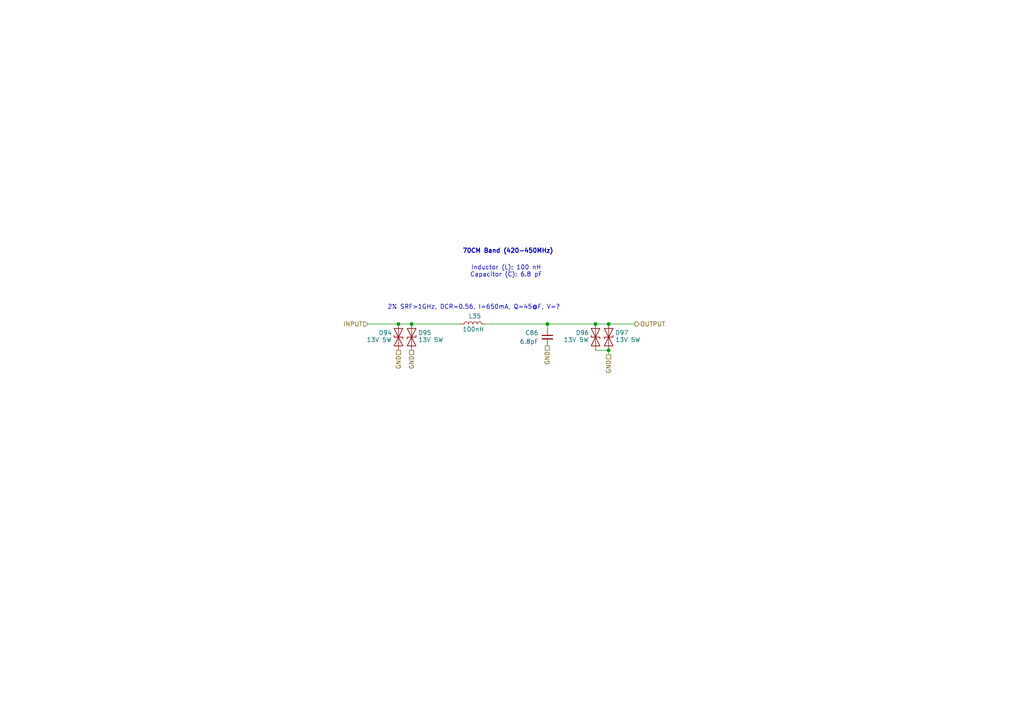
<source format=kicad_sch>
(kicad_sch (version 20231120) (generator "eeschema") (generator_version "8.0")
  (paper "A4")
  (lib_symbols
    (symbol "Device:C_Small" (pin_numbers hide) (pin_names (offset 0.254) hide)
      (property "Reference" "C" (at 0.254 1.778 0))
      (property "Value" "C_Small" (at 0.254 -2.032 0))
      (symbol "C_Small_0_1"
        (polyline (pts (xy -1.524 -0.508) (xy 1.524 -0.508)) (stroke (width 0.3302)))
        (polyline (pts (xy -1.524 0.508) (xy 1.524 0.508)) (stroke (width 0.3048)))
      )
      (symbol "C_Small_1_1"
        (pin passive line (at 0 2.54 270) (length 2.032) (name "~") (number "1"))
        (pin passive line (at 0 -2.54 90) (length 2.032) (name "~") (number "2"))
      )
    )
    (symbol "Device:L" (pin_numbers hide) (pin_names (offset 1.016) hide)
      (property "Reference" "L" (at -1.27 0 90))
      (property "Value" "L" (at 1.905 0 90))
      (symbol "L_0_1"
        (arc (start 0 -2.54) (mid 0.6323 -1.905) (end 0 -1.27))
        (arc (start 0 -1.27) (mid 0.6323 -0.635) (end 0 0))
        (arc (start 0 0) (mid 0.6323 0.635) (end 0 1.27))
        (arc (start 0 1.27) (mid 0.6323 1.905) (end 0 2.54))
      )
      (symbol "L_1_1"
        (pin passive line (at 0 3.81 270) (length 1.27) (name "1") (number "1"))
        (pin passive line (at 0 -3.81 90) (length 1.27) (name "2") (number "2"))
      )
    )
    (symbol "Diode:SD15_SOD323" (pin_numbers hide) (pin_names (offset 1.016) hide)
      (property "Reference" "D" (at 0 2.54 0))
      (property "Value" "SD15_SOD323" (at 0 -2.54 0))
      (symbol "SD15_SOD323_0_1"
        (polyline (pts (xy 1.27 0) (xy -1.27 0)))
        (polyline (pts (xy -2.54 -1.27) (xy 0 0) (xy -2.54 1.27) (xy -2.54 -1.27)) (stroke (width 0.2032)))
        (polyline (pts (xy 0.508 1.27) (xy 0 1.27) (xy 0 -1.27) (xy -0.508 -1.27)) (stroke (width 0.2032)))
        (polyline (pts (xy 2.54 1.27) (xy 2.54 -1.27) (xy 0 0) (xy 2.54 1.27)) (stroke (width 0.2032)))
      )
      (symbol "SD15_SOD323_1_1"
        (pin passive line (at -3.81 0 0) (length 2.54) (name "A1") (number "1"))
        (pin passive line (at 3.81 0 180) (length 2.54) (name "A2") (number "2"))
      )
    )
  )
  (junction (at 172.72 93.98))
  (junction (at 176.53 101.6))
  (junction (at 176.53 93.98))
  (junction (at 115.57 93.98))
  (junction (at 119.38 93.98))
  (junction (at 158.75 93.98))
  (wire (pts (xy 106.68 93.98) (xy 115.57 93.98)))
  (wire (pts (xy 119.38 93.98) (xy 133.35 93.98)))
  (wire (pts (xy 176.53 101.6) (xy 176.53 102.87)))
  (wire (pts (xy 158.75 93.98) (xy 172.72 93.98)))
  (wire (pts (xy 172.72 93.98) (xy 176.53 93.98)))
  (wire (pts (xy 115.57 93.98) (xy 119.38 93.98)))
  (wire (pts (xy 158.75 93.98) (xy 158.75 95.25)))
  (wire (pts (xy 140.97 93.98) (xy 158.75 93.98)))
  (wire (pts (xy 172.72 101.6) (xy 176.53 101.6)))
  (wire (pts (xy 176.53 93.98) (xy 184.15 93.98)))
  (text "70CM Band (420-450MHz)" (at 147.32 72.898 0) (effects (font (size 1.27 1.27) (thickness 0.254) (bold yes))))
  (text "2% SRF>1GHz, DCR=0.56, I=650mA, Q=45@F, V=?" (at 137.414 89.154 0) (effects (font (size 1.27 1.27))))
  (text "Inductor (L): 100 nH\nCapacitor (C): 6.8 pF" (at 146.812 78.74 0) (effects (font (size 1.27 1.27))))
  (hierarchical_label "GND" (shape passive) (at 158.75 100.33 270))
  (hierarchical_label "GND" (shape passive) (at 119.38 101.6 270))
  (hierarchical_label "GND" (shape passive) (at 176.53 102.87 270))
  (hierarchical_label "INPUT" (shape input) (at 106.68 93.98 180))
  (hierarchical_label "OUTPUT" (shape output) (at 184.15 93.98 0))
  (hierarchical_label "GND" (shape passive) (at 115.57 101.6 270))
  (symbol (lib_id "Device:C_Small") (at 158.75 97.79 0) (unit 1)
    (property "Reference" "C86" (at 156.21 96.5262 0) (effects (justify right)))
    (property "Value" "6.8pF" (at 156.21 99.0662 0) (effects (justify right)))
    (property "Footprint" "Capacitor_SMD:C_0805_2012Metric" (effects (hide yes)))
    (property "Datasheet" "https://wmsc.lcsc.com/wmsc/upload/file/pdf/v2/lcsc/1912111437_Murata-Electronics-GQM2195C2E6R8CB12D_C464958.pdf" (effects (hide yes)))
    (property "Description" "250V 6.8pF C0G 0805 Multilayer Ceramic Capacitors MLCC - SMD/SMT ROHS" (effects (hide yes)))
    (property "LCSC Part #" "C464958" (effects (hide yes)))
    (property "MPN" "GQM2195C2E6R8CB12D" (effects (hide yes)))
    (property "Manufacturer" "Murata" (effects (hide yes)))
    (property "Alternatives" "0805N6R8D251CT (C3887194), 0805CG6R8C500NT (C1832)" (effects (hide yes)))
  )
  (symbol (lib_id "Diode:SD15_SOD323") (at 172.72 97.79 90) (unit 1)
    (property "Reference" "D96" (at 168.91 96.52 90))
    (property "Value" "13V 5W" (at 167.132 98.552 90))
    (property "Footprint" "Diode_SMD:D_0603_1608Metric" (effects (hide yes)))
    (property "Datasheet" "https://wmsc.lcsc.com/wmsc/upload/file/pdf/v2/lcsc/1912111437_DOWO-SMB5350B_C284082.pdf" (effects (hide yes)))
    (property "Description" "Independent Type 5W 13V SMB(DO-214AA) Zener Diodes ROHS" (effects (hide yes)))
    (property "LCSC Part #" "C284082" (effects (hide yes)))
    (property "MPN" "SMB5350B" (effects (hide yes)))
    (property "Manufacturer" "DOWO" (effects (hide yes)))
  )
  (symbol (lib_id "Diode:SD15_SOD323") (at 176.53 97.79 270) (mirror x) (unit 1)
    (property "Reference" "D97" (at 180.34 96.52 90))
    (property "Value" "13V 5W" (at 182.118 98.552 90))
    (property "Footprint" "Diode_SMD:D_0603_1608Metric" (effects (hide yes)))
    (property "Datasheet" "https://wmsc.lcsc.com/wmsc/upload/file/pdf/v2/lcsc/1912111437_DOWO-SMB5350B_C284082.pdf" (effects (hide yes)))
    (property "Description" "Independent Type 5W 13V SMB(DO-214AA) Zener Diodes ROHS" (effects (hide yes)))
    (property "LCSC Part #" "C284082" (effects (hide yes)))
    (property "MPN" "SMB5350B" (effects (hide yes)))
    (property "Manufacturer" "DOWO" (effects (hide yes)))
  )
  (symbol (lib_id "Device:L") (at 137.16 93.98 90) (unit 1)
    (property "Reference" "L35" (at 135.89 91.694 90) (effects (justify right)))
    (property "Value" "100nH" (at 134.112 95.504 90) (effects (justify right)))
    (property "Footprint" "Inductor_SMD:L_1008_2520Metric" (effects (hide yes)))
    (property "Datasheet" "https://wmsc.lcsc.com/wmsc/upload/file/pdf/v2/lcsc/2304140030_PSA-Prosperity-Dielectrics-FEC1008CP-R10G-LRH_C346437.pdf" (effects (hide yes)))
    (property "Description" "650mA 100nH ±2% 560mΩ 1008 Inductors (SMD) ROHS" (effects (hide yes)))
    (property "Notes" "For 2M band, 144-148MHz." (effects (hide yes)))
    (property "LCSC Part #" "C346437" (effects (hide yes)))
    (property "MPN" "FEC1008CP-R10G-LRH" (effects (hide yes)))
    (property "Manufacturer" "Prosperity" (effects (hide yes)))
  )
  (symbol (lib_id "Diode:SD15_SOD323") (at 119.38 97.79 270) (mirror x) (unit 1)
    (property "Reference" "D95" (at 123.19 96.52 90))
    (property "Value" "13V 5W" (at 124.968 98.552 90))
    (property "Footprint" "Diode_SMD:D_0603_1608Metric" (effects (hide yes)))
    (property "Datasheet" "https://wmsc.lcsc.com/wmsc/upload/file/pdf/v2/lcsc/1912111437_DOWO-SMB5350B_C284082.pdf" (effects (hide yes)))
    (property "Description" "Independent Type 5W 13V SMB(DO-214AA) Zener Diodes ROHS" (effects (hide yes)))
    (property "LCSC Part #" "C284082" (effects (hide yes)))
    (property "MPN" "SMB5350B" (effects (hide yes)))
    (property "Manufacturer" "DOWO" (effects (hide yes)))
  )
  (symbol (lib_id "Diode:SD15_SOD323") (at 115.57 97.79 90) (unit 1)
    (property "Reference" "D94" (at 111.76 96.52 90))
    (property "Value" "13V 5W" (at 109.982 98.552 90))
    (property "Footprint" "Diode_SMD:D_0603_1608Metric" (effects (hide yes)))
    (property "Datasheet" "https://wmsc.lcsc.com/wmsc/upload/file/pdf/v2/lcsc/1912111437_DOWO-SMB5350B_C284082.pdf" (effects (hide yes)))
    (property "Description" "Independent Type 5W 13V SMB(DO-214AA) Zener Diodes ROHS" (effects (hide yes)))
    (property "LCSC Part #" "C284082" (effects (hide yes)))
    (property "MPN" "SMB5350B" (effects (hide yes)))
    (property "Manufacturer" "DOWO" (effects (hide yes)))
  )
)
</source>
